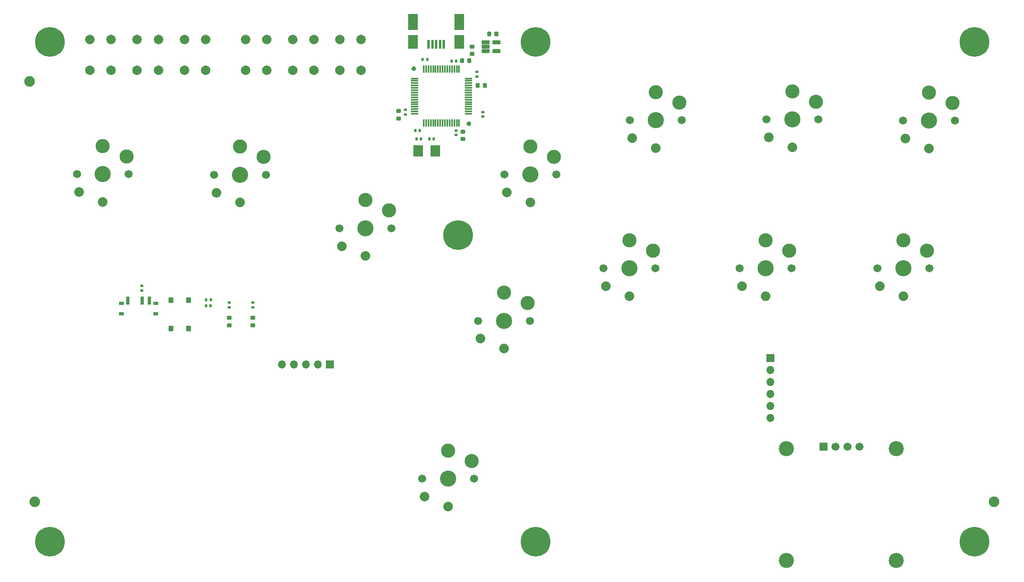
<source format=gts>
%TF.GenerationSoftware,KiCad,Pcbnew,8.0.1*%
%TF.CreationDate,2024-05-01T14:37:59+02:00*%
%TF.ProjectId,PE2-for-review,5045322d-666f-4722-9d72-65766965772e,rev?*%
%TF.SameCoordinates,Original*%
%TF.FileFunction,Soldermask,Top*%
%TF.FilePolarity,Negative*%
%FSLAX46Y46*%
G04 Gerber Fmt 4.6, Leading zero omitted, Abs format (unit mm)*
G04 Created by KiCad (PCBNEW 8.0.1) date 2024-05-01 14:37:59*
%MOMM*%
%LPD*%
G01*
G04 APERTURE LIST*
G04 Aperture macros list*
%AMRoundRect*
0 Rectangle with rounded corners*
0 $1 Rounding radius*
0 $2 $3 $4 $5 $6 $7 $8 $9 X,Y pos of 4 corners*
0 Add a 4 corners polygon primitive as box body*
4,1,4,$2,$3,$4,$5,$6,$7,$8,$9,$2,$3,0*
0 Add four circle primitives for the rounded corners*
1,1,$1+$1,$2,$3*
1,1,$1+$1,$4,$5*
1,1,$1+$1,$6,$7*
1,1,$1+$1,$8,$9*
0 Add four rect primitives between the rounded corners*
20,1,$1+$1,$2,$3,$4,$5,0*
20,1,$1+$1,$4,$5,$6,$7,0*
20,1,$1+$1,$6,$7,$8,$9,0*
20,1,$1+$1,$8,$9,$2,$3,0*%
G04 Aperture macros list end*
%ADD10C,1.701800*%
%ADD11C,3.000000*%
%ADD12C,3.429000*%
%ADD13C,2.032000*%
%ADD14C,6.300000*%
%ADD15C,2.000000*%
%ADD16RoundRect,0.140000X0.170000X-0.140000X0.170000X0.140000X-0.170000X0.140000X-0.170000X-0.140000X0*%
%ADD17R,0.500000X1.850000*%
%ADD18R,2.000000X3.000000*%
%ADD19R,2.000000X3.500000*%
%ADD20C,2.250000*%
%ADD21RoundRect,0.102000X-0.754000X-0.754000X0.754000X-0.754000X0.754000X0.754000X-0.754000X0.754000X0*%
%ADD22C,1.712000*%
%ADD23C,3.204000*%
%ADD24R,2.000000X2.400000*%
%ADD25RoundRect,0.218750X0.256250X-0.218750X0.256250X0.218750X-0.256250X0.218750X-0.256250X-0.218750X0*%
%ADD26RoundRect,0.102000X-0.710000X-0.290000X0.710000X-0.290000X0.710000X0.290000X-0.710000X0.290000X0*%
%ADD27RoundRect,0.225000X-0.250000X0.225000X-0.250000X-0.225000X0.250000X-0.225000X0.250000X0.225000X0*%
%ADD28RoundRect,0.135000X0.185000X-0.135000X0.185000X0.135000X-0.185000X0.135000X-0.185000X-0.135000X0*%
%ADD29RoundRect,0.140000X0.140000X0.170000X-0.140000X0.170000X-0.140000X-0.170000X0.140000X-0.170000X0*%
%ADD30R,0.700000X1.800000*%
%ADD31R,1.000000X0.800000*%
%ADD32RoundRect,0.140000X-0.140000X-0.170000X0.140000X-0.170000X0.140000X0.170000X-0.140000X0.170000X0*%
%ADD33RoundRect,0.135000X-0.185000X0.135000X-0.185000X-0.135000X0.185000X-0.135000X0.185000X0.135000X0*%
%ADD34RoundRect,0.225000X-0.225000X-0.250000X0.225000X-0.250000X0.225000X0.250000X-0.225000X0.250000X0*%
%ADD35R,1.700000X1.700000*%
%ADD36O,1.700000X1.700000*%
%ADD37C,1.000000*%
%ADD38RoundRect,0.225000X0.250000X-0.225000X0.250000X0.225000X-0.250000X0.225000X-0.250000X-0.225000X0*%
%ADD39RoundRect,0.135000X0.135000X0.185000X-0.135000X0.185000X-0.135000X-0.185000X0.135000X-0.185000X0*%
%ADD40RoundRect,0.225000X0.225000X0.250000X-0.225000X0.250000X-0.225000X-0.250000X0.225000X-0.250000X0*%
%ADD41RoundRect,0.140000X-0.170000X0.140000X-0.170000X-0.140000X0.170000X-0.140000X0.170000X0.140000X0*%
%ADD42RoundRect,0.102000X-0.375000X0.500000X-0.375000X-0.500000X0.375000X-0.500000X0.375000X0.500000X0*%
%ADD43R,0.300000X1.500000*%
%ADD44R,1.500000X0.300000*%
G04 APERTURE END LIST*
D10*
X81820000Y-65170000D03*
D11*
X87320000Y-59220000D03*
D12*
X87320000Y-65170000D03*
D11*
X92320000Y-61420000D03*
D10*
X92820000Y-65170000D03*
D13*
X87320000Y-71070000D03*
X82320000Y-68970000D03*
D10*
X108420000Y-76520000D03*
D11*
X113920000Y-70570000D03*
D12*
X113920000Y-76520000D03*
D11*
X118920000Y-72770000D03*
D10*
X119420000Y-76520000D03*
D13*
X113920000Y-82420000D03*
X108920000Y-80320000D03*
D10*
X125920000Y-129620000D03*
D11*
X131420000Y-123670000D03*
D12*
X131420000Y-129620000D03*
D11*
X136420000Y-125870000D03*
D10*
X136920000Y-129620000D03*
D13*
X131420000Y-135520000D03*
X126420000Y-133420000D03*
D10*
X143360000Y-65110000D03*
D11*
X148860000Y-59160000D03*
D12*
X148860000Y-65110000D03*
D11*
X153860000Y-61360000D03*
D10*
X154360000Y-65110000D03*
D13*
X148860000Y-71010000D03*
X143860000Y-68910000D03*
D10*
X169920000Y-53580000D03*
D11*
X175420000Y-47630000D03*
D12*
X175420000Y-53580000D03*
D11*
X180420000Y-49830000D03*
D10*
X180920000Y-53580000D03*
D13*
X175420000Y-59480000D03*
X170420000Y-57380000D03*
D10*
X198890000Y-53460000D03*
D11*
X204390000Y-47510000D03*
D12*
X204390000Y-53460000D03*
D11*
X209390000Y-49710000D03*
D10*
X209890000Y-53460000D03*
D13*
X204390000Y-59360000D03*
X199390000Y-57260000D03*
D10*
X227860000Y-53700000D03*
D11*
X233360000Y-47750000D03*
D12*
X233360000Y-53700000D03*
D11*
X238360000Y-49950000D03*
D10*
X238860000Y-53700000D03*
D13*
X233360000Y-59600000D03*
X228360000Y-57500000D03*
D10*
X137750000Y-96150000D03*
D11*
X143250000Y-90200000D03*
D12*
X143250000Y-96150000D03*
D11*
X148250000Y-92400000D03*
D10*
X148750000Y-96150000D03*
D13*
X143250000Y-102050000D03*
X138250000Y-99950000D03*
D10*
X164360000Y-85040000D03*
D11*
X169860000Y-79090000D03*
D12*
X169860000Y-85040000D03*
D11*
X174860000Y-81290000D03*
D10*
X175360000Y-85040000D03*
D13*
X169860000Y-90940000D03*
X164860000Y-88840000D03*
D10*
X193210000Y-85040000D03*
D11*
X198710000Y-79090000D03*
D12*
X198710000Y-85040000D03*
D11*
X203710000Y-81290000D03*
D10*
X204210000Y-85040000D03*
D13*
X198710000Y-90940000D03*
X193710000Y-88840000D03*
D10*
X222420000Y-85040000D03*
D11*
X227920000Y-79090000D03*
D12*
X227920000Y-85040000D03*
D11*
X232920000Y-81290000D03*
D10*
X233420000Y-85040000D03*
D13*
X227920000Y-90940000D03*
X222920000Y-88840000D03*
D14*
X47000000Y-37000000D03*
X47000000Y-143000000D03*
X243000000Y-143000000D03*
X243000000Y-37000000D03*
D10*
X52725000Y-65050000D03*
D11*
X58225000Y-59100000D03*
D12*
X58225000Y-65050000D03*
D11*
X63225000Y-61300000D03*
D10*
X63725000Y-65050000D03*
D13*
X58225000Y-70950000D03*
X53225000Y-68850000D03*
D14*
X150000000Y-37000000D03*
D15*
X88500000Y-43000000D03*
X88500000Y-36500000D03*
X93000000Y-43000000D03*
X93000000Y-36500000D03*
X65500000Y-43000000D03*
X65500000Y-36500000D03*
X70000000Y-43000000D03*
X70000000Y-36500000D03*
X98500000Y-43000000D03*
X98500000Y-36500000D03*
X103000000Y-43000000D03*
X103000000Y-36500000D03*
X55500000Y-43000000D03*
X55500000Y-36500000D03*
X60000000Y-43000000D03*
X60000000Y-36500000D03*
X75500000Y-43000000D03*
X75500000Y-36500000D03*
X80000000Y-43000000D03*
X80000000Y-36500000D03*
X108500000Y-43000000D03*
X108500000Y-36500000D03*
X113000000Y-43000000D03*
X113000000Y-36500000D03*
D14*
X133500000Y-78000000D03*
X150000000Y-143000000D03*
D16*
X122350000Y-52380000D03*
X122350000Y-51420000D03*
D17*
X130500000Y-37525000D03*
X129700000Y-37525000D03*
X128900000Y-37525000D03*
X128100000Y-37525000D03*
X127300000Y-37525000D03*
D18*
X124000000Y-37025000D03*
D19*
X124000000Y-32775000D03*
D18*
X133800000Y-37025000D03*
D19*
X133800000Y-32775000D03*
D20*
X42720000Y-45350000D03*
D21*
X210990000Y-122812500D03*
D22*
X213530000Y-122812500D03*
X216070000Y-122812500D03*
X218610000Y-122812500D03*
D23*
X203150000Y-123312500D03*
X226450000Y-123312500D03*
X226450000Y-147012500D03*
X203150000Y-147012500D03*
D24*
X128750000Y-60150000D03*
X125050000Y-60150000D03*
D25*
X90000000Y-97087500D03*
X90000000Y-95512500D03*
D26*
X139355000Y-37050000D03*
X139355000Y-38000000D03*
X139355000Y-38950000D03*
X141645000Y-38950000D03*
X141645000Y-37050000D03*
D27*
X134550000Y-56025000D03*
X134550000Y-57575000D03*
D28*
X90000000Y-93335000D03*
X90000000Y-92315000D03*
D29*
X128380000Y-57550000D03*
X127420000Y-57550000D03*
D30*
X68050000Y-91825000D03*
X66550000Y-91825000D03*
X63550000Y-91825000D03*
D31*
X69450000Y-94675000D03*
X69450000Y-92475000D03*
X62150000Y-94675000D03*
X62150000Y-92475000D03*
D32*
X126020000Y-40700000D03*
X126980000Y-40700000D03*
D33*
X85000000Y-92315000D03*
X85000000Y-93335000D03*
D29*
X133130000Y-41100000D03*
X132170000Y-41100000D03*
D34*
X137675000Y-46250000D03*
X139225000Y-46250000D03*
D35*
X199725000Y-104050000D03*
D36*
X199725000Y-106590000D03*
X199725000Y-109130000D03*
X199725000Y-111670000D03*
X199725000Y-114210000D03*
X199725000Y-116750000D03*
D37*
X135850000Y-54350000D03*
D33*
X66500000Y-88690000D03*
X66500000Y-89710000D03*
D38*
X120900000Y-53225000D03*
X120900000Y-51675000D03*
D39*
X81110000Y-91700000D03*
X80090000Y-91700000D03*
D25*
X85000000Y-97087500D03*
X85000000Y-95512500D03*
D40*
X141675000Y-35300000D03*
X140125000Y-35300000D03*
D29*
X125435000Y-55800000D03*
X124475000Y-55800000D03*
D41*
X138750000Y-51870000D03*
X138750000Y-52830000D03*
D27*
X136500000Y-37975000D03*
X136500000Y-39525000D03*
D20*
X43750000Y-134550000D03*
D41*
X133150000Y-55770000D03*
X133150000Y-56730000D03*
D34*
X134365000Y-41020000D03*
X135915000Y-41020000D03*
D42*
X76375000Y-91750000D03*
X76375000Y-97750000D03*
X72625000Y-91750000D03*
X72625000Y-97750000D03*
D43*
X126250000Y-54200000D03*
X126750000Y-54200000D03*
X127250000Y-54200000D03*
X127750000Y-54200000D03*
X128250000Y-54200000D03*
X128750000Y-54200000D03*
X129250000Y-54200000D03*
X129750000Y-54200000D03*
X130250000Y-54200000D03*
X130750000Y-54200000D03*
X131250000Y-54200000D03*
X131750000Y-54200000D03*
X132250000Y-54200000D03*
X132750000Y-54200000D03*
X133250000Y-54200000D03*
X133750000Y-54200000D03*
D44*
X135700000Y-52250000D03*
X135700000Y-51750000D03*
X135700000Y-51250000D03*
X135700000Y-50750000D03*
X135700000Y-50250000D03*
X135700000Y-49750000D03*
X135700000Y-49250000D03*
X135700000Y-48750000D03*
X135700000Y-48250000D03*
X135700000Y-47750000D03*
X135700000Y-47250000D03*
X135700000Y-46750000D03*
X135700000Y-46250000D03*
X135700000Y-45750000D03*
X135700000Y-45250000D03*
X135700000Y-44750000D03*
D43*
X133750000Y-42800000D03*
X133250000Y-42800000D03*
X132750000Y-42800000D03*
X132250000Y-42800000D03*
X131750000Y-42800000D03*
X131250000Y-42800000D03*
X130750000Y-42800000D03*
X130250000Y-42800000D03*
X129750000Y-42800000D03*
X129250000Y-42800000D03*
X128750000Y-42800000D03*
X128250000Y-42800000D03*
X127750000Y-42800000D03*
X127250000Y-42800000D03*
X126750000Y-42800000D03*
X126250000Y-42800000D03*
D44*
X124300000Y-44750000D03*
X124300000Y-45250000D03*
X124300000Y-45750000D03*
X124300000Y-46250000D03*
X124300000Y-46750000D03*
X124300000Y-47250000D03*
X124300000Y-47750000D03*
X124300000Y-48250000D03*
X124300000Y-48750000D03*
X124300000Y-49250000D03*
X124300000Y-49750000D03*
X124300000Y-50250000D03*
X124300000Y-50750000D03*
X124300000Y-51250000D03*
X124300000Y-51750000D03*
X124300000Y-52250000D03*
D41*
X137500000Y-43370000D03*
X137500000Y-44330000D03*
D20*
X247200000Y-134550000D03*
D37*
X124150000Y-42650000D03*
D32*
X80120000Y-93000000D03*
X81080000Y-93000000D03*
D35*
X106375000Y-105425000D03*
D36*
X103835000Y-105425000D03*
X101295000Y-105425000D03*
X98755000Y-105425000D03*
X96215000Y-105425000D03*
D29*
X125680000Y-57600000D03*
X124720000Y-57600000D03*
M02*

</source>
